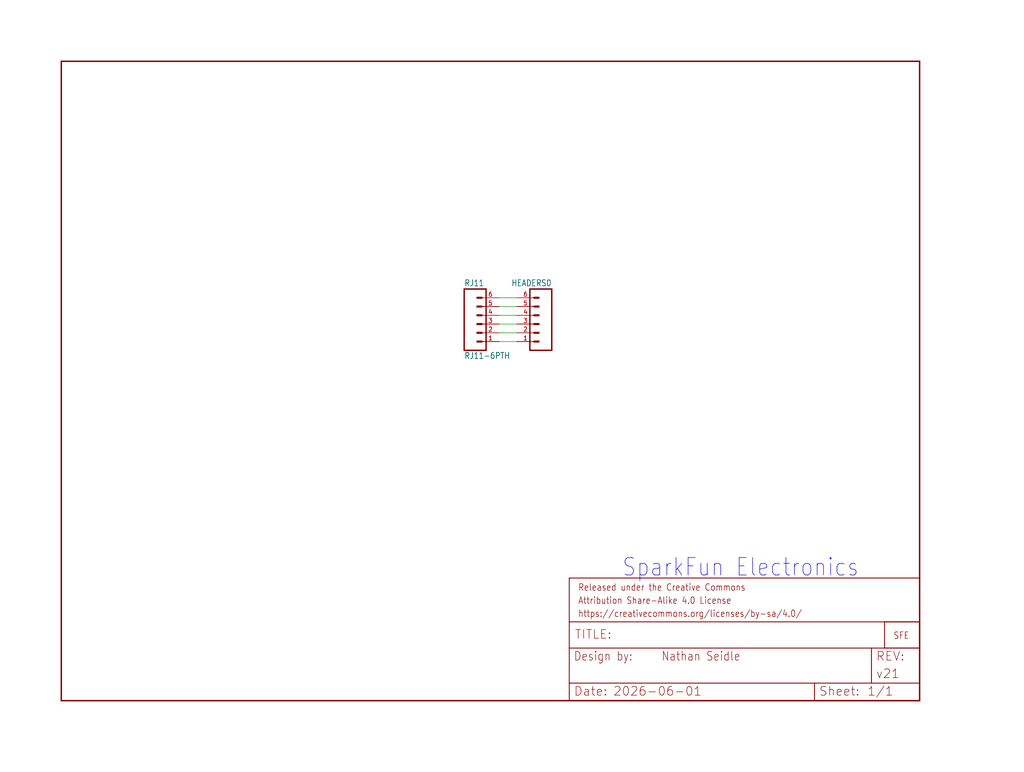
<source format=kicad_sch>
(kicad_sch (version 20230121) (generator eeschema)
  (paper "User" 297.002 223.926)
  (lib_symbols
    (symbol "working-eagle-import:FRAME-LETTERNO_PACKAGE"
      (symbol "FRAME-LETTERNO_PACKAGE_1_0"
        (polyline (pts (xy 0 0) (xy 248.92 0)) (stroke (width 0.4064)))
        (polyline (pts (xy 0 185.42) (xy 0 0)) (stroke (width 0.4064)))
        (polyline (pts (xy 0 185.42) (xy 248.92 185.42)) (stroke (width 0.4064)))
        (polyline (pts (xy 248.92 185.42) (xy 248.92 0)) (stroke (width 0.4064)))
      )
      (symbol "FRAME-LETTERNO_PACKAGE_2_0"
        (polyline (pts (xy 0 0) (xy 0 5.08)) (stroke (width 0.254)))
        (polyline (pts (xy 0 0) (xy 71.12 0)) (stroke (width 0.254)))
        (polyline (pts (xy 0 5.08) (xy 0 15.24)) (stroke (width 0.254)))
        (polyline (pts (xy 0 5.08) (xy 71.12 5.08)) (stroke (width 0.254)))
        (polyline (pts (xy 0 15.24) (xy 0 22.86)) (stroke (width 0.254)))
        (polyline (pts (xy 0 22.86) (xy 0 35.56)) (stroke (width 0.254)))
        (polyline (pts (xy 0 22.86) (xy 101.6 22.86)) (stroke (width 0.254)))
        (polyline (pts (xy 71.12 0) (xy 101.6 0)) (stroke (width 0.254)))
        (polyline (pts (xy 71.12 5.08) (xy 71.12 0)) (stroke (width 0.254)))
        (polyline (pts (xy 71.12 5.08) (xy 87.63 5.08)) (stroke (width 0.254)))
        (polyline (pts (xy 87.63 5.08) (xy 101.6 5.08)) (stroke (width 0.254)))
        (polyline (pts (xy 87.63 15.24) (xy 0 15.24)) (stroke (width 0.254)))
        (polyline (pts (xy 87.63 15.24) (xy 87.63 5.08)) (stroke (width 0.254)))
        (polyline (pts (xy 101.6 5.08) (xy 101.6 0)) (stroke (width 0.254)))
        (polyline (pts (xy 101.6 15.24) (xy 87.63 15.24)) (stroke (width 0.254)))
        (polyline (pts (xy 101.6 15.24) (xy 101.6 5.08)) (stroke (width 0.254)))
        (polyline (pts (xy 101.6 22.86) (xy 101.6 15.24)) (stroke (width 0.254)))
        (polyline (pts (xy 101.6 35.56) (xy 0 35.56)) (stroke (width 0.254)))
        (polyline (pts (xy 101.6 35.56) (xy 101.6 22.86)) (stroke (width 0.254)))
        (text "${#}/${##}" (at 86.36 1.27 0) (effects (font (size 2.54 2.54)) (justify left bottom)))
        (text "${CURRENT_DATE}" (at 12.7 1.27 0) (effects (font (size 2.54 2.54)) (justify left bottom)))
        (text "${DESIGNER}" (at 26.67 11.43 0) (effects (font (size 2.54 2.159)) (justify left bottom)))
        (text "${PROJECTNAME}" (at 15.494 17.78 0) (effects (font (size 2.7432 2.7432)) (justify left bottom)))
        (text "${VERSION}" (at 88.9 6.35 0) (effects (font (size 2.54 2.54)) (justify left bottom)))
        (text "Attribution Share-Alike 4.0 License" (at 2.54 27.94 0) (effects (font (size 1.9304 1.6408)) (justify left bottom)))
        (text "Date:" (at 1.27 1.27 0) (effects (font (size 2.54 2.54)) (justify left bottom)))
        (text "Design by:" (at 1.27 11.43 0) (effects (font (size 2.54 2.159)) (justify left bottom)))
        (text "https://creativecommons.org/licenses/by-sa/4.0/" (at 2.54 24.13 0) (effects (font (size 1.9304 1.6408)) (justify left bottom)))
        (text "Released under the Creative Commons" (at 2.54 31.75 0) (effects (font (size 1.9304 1.6408)) (justify left bottom)))
        (text "REV:" (at 88.9 11.43 0) (effects (font (size 2.54 2.54)) (justify left bottom)))
        (text "Sheet:" (at 72.39 1.27 0) (effects (font (size 2.54 2.54)) (justify left bottom)))
        (text "TITLE:" (at 1.524 17.78 0) (effects (font (size 2.54 2.54)) (justify left bottom)))
      )
    )
    (symbol "working-eagle-import:LOGO-SFESK"
      (symbol "LOGO-SFESK_1_0"
        (polyline (pts (xy -2.54 -2.54) (xy 7.62 -2.54)) (stroke (width 0.254)))
        (polyline (pts (xy -2.54 5.08) (xy -2.54 -2.54)) (stroke (width 0.254)))
        (polyline (pts (xy 7.62 -2.54) (xy 7.62 5.08)) (stroke (width 0.254)))
        (polyline (pts (xy 7.62 5.08) (xy -2.54 5.08)) (stroke (width 0.254)))
        (text "SFE" (at 0 0 0) (effects (font (size 1.9304 1.6408)) (justify left bottom)))
      )
    )
    (symbol "working-eagle-import:M06POLAR"
      (property "Reference" "JP" (at -5.08 10.922 0))
      (symbol "M06POLAR_1_0"
        (polyline (pts (xy -5.08 10.16) (xy -5.08 -7.62)) (stroke (width 0.4064)))
        (polyline (pts (xy -5.08 10.16) (xy 1.27 10.16)) (stroke (width 0.4064)))
        (polyline (pts (xy -1.27 -5.08) (xy 0 -5.08)) (stroke (width 0.6096)))
        (polyline (pts (xy -1.27 -2.54) (xy 0 -2.54)) (stroke (width 0.6096)))
        (polyline (pts (xy -1.27 0) (xy 0 0)) (stroke (width 0.6096)))
        (polyline (pts (xy -1.27 2.54) (xy 0 2.54)) (stroke (width 0.6096)))
        (polyline (pts (xy -1.27 5.08) (xy 0 5.08)) (stroke (width 0.6096)))
        (polyline (pts (xy -1.27 7.62) (xy 0 7.62)) (stroke (width 0.6096)))
        (polyline (pts (xy 1.27 -7.62) (xy -5.08 -7.62)) (stroke (width 0.4064)))
        (polyline (pts (xy 1.27 -7.62) (xy 1.27 10.16)) (stroke (width 0.4064)))
        (pin passive line (at 5.08 -5.08 180) (length 5.08) (name "1") (number "1"))
        (pin passive line (at 5.08 -2.54 180) (length 5.08) (name "2") (number "2"))
        (pin passive line (at 5.08 0 180) (length 5.08) (name "3") (number "3"))
        (pin passive line (at 5.08 2.54 180) (length 5.08) (name "4") (number "4"))
        (pin passive line (at 5.08 5.08 180) (length 5.08) (name "5") (number "5"))
        (pin passive line (at 5.08 7.62 180) (length 5.08) (name "6") (number "6"))
      )
    )
    (symbol "working-eagle-import:RJ11-6PTH"
      (property "Reference" "J" (at -5.08 10.922 0))
      (symbol "RJ11-6PTH_1_0"
        (polyline (pts (xy -5.08 10.16) (xy -5.08 -7.62)) (stroke (width 0.4064)))
        (polyline (pts (xy -5.08 10.16) (xy 1.27 10.16)) (stroke (width 0.4064)))
        (polyline (pts (xy -1.27 -5.08) (xy 0 -5.08)) (stroke (width 0.6096)))
        (polyline (pts (xy -1.27 -2.54) (xy 0 -2.54)) (stroke (width 0.6096)))
        (polyline (pts (xy -1.27 0) (xy 0 0)) (stroke (width 0.6096)))
        (polyline (pts (xy -1.27 2.54) (xy 0 2.54)) (stroke (width 0.6096)))
        (polyline (pts (xy -1.27 5.08) (xy 0 5.08)) (stroke (width 0.6096)))
        (polyline (pts (xy -1.27 7.62) (xy 0 7.62)) (stroke (width 0.6096)))
        (polyline (pts (xy 1.27 -7.62) (xy -5.08 -7.62)) (stroke (width 0.4064)))
        (polyline (pts (xy 1.27 -7.62) (xy 1.27 10.16)) (stroke (width 0.4064)))
        (pin passive line (at 5.08 -5.08 180) (length 5.08) (name "1") (number "1"))
        (pin passive line (at 5.08 -2.54 180) (length 5.08) (name "2") (number "2"))
        (pin passive line (at 5.08 0 180) (length 5.08) (name "3") (number "3"))
        (pin passive line (at 5.08 2.54 180) (length 5.08) (name "4") (number "4"))
        (pin passive line (at 5.08 5.08 180) (length 5.08) (name "5") (number "5"))
        (pin passive line (at 5.08 7.62 180) (length 5.08) (name "6") (number "6"))
      )
    )
  )
  (wire (pts (xy 149.86 93.98) (xy 144.78 93.98)) (stroke (width 0.1524)))
  (wire (pts (xy 149.86 88.9) (xy 144.78 88.9)) (stroke (width 0.1524)))
  (wire (pts (xy 149.86 86.36) (xy 144.78 86.36)) (stroke (width 0.1524)))
  (wire (pts (xy 149.86 91.44) (xy 144.78 91.44)) (stroke (width 0.1524)))
  (wire (pts (xy 149.86 96.52) (xy 144.78 96.52)) (stroke (width 0.1524)))
  (wire (pts (xy 149.86 99.06) (xy 144.78 99.06)) (stroke (width 0.1524)))
  (text "SparkFun Electronics" (at 180.34 167.64 0) (effects (font (size 5.08 4.318)) (justify left bottom)))
  (symbol (lib_id "working-eagle-import:RJ11-6PTH") (at 139.7 93.98 0) (unit 1)
    (property "Reference" "RJ11" (at 134.62 83.058 0) (effects (font (size 1.778 1.5113)) (justify left bottom)))
    (property "Value" "RJ11-6PTH" (at 134.62 104.14 0) (effects (font (size 1.778 1.5113)) (justify left bottom)))
    (property "Footprint" "working:RJ11-6" (effects hide))
  )
  (symbol (lib_id "working-eagle-import:M06POLAR") (at 154.94 93.98 0) (mirror y) (unit 1)
    (property "Reference" "HEADERS0" (at 160.02 83.058 0) (effects (font (size 1.778 1.5113)) (justify left bottom)))
    (property "Value" "M06POLAR" (effects hide))
    (property "Footprint" "working:MOLEX-1X6" (effects hide))
  )
  (symbol (lib_id "working-eagle-import:FRAME-LETTERNO_PACKAGE") (at 17.78 203.2 0) (unit 1)
    (property "Reference" "FRAME1" (effects hide))
    (property "Value" "FRAME-LETTERNO_PACKAGE" (effects hide))
    (property "Footprint" "working:DUMMY" (effects hide))
    (property "DESIGNER" "Nathan Seidle" (effects hide))
    (property "VERSION" "v21" (effects hide))
  )
  (symbol (lib_id "working-eagle-import:FRAME-LETTERNO_PACKAGE") (at 165.1 203.2 0) (unit 2)
    (property "Reference" "FRAME1" (effects hide))
    (property "Value" "FRAME-LETTERNO_PACKAGE" (effects hide))
    (property "Footprint" "working:DUMMY" (effects hide))
    (property "DESIGNER" "Nathan Seidle" (effects hide))
    (property "VERSION" "v21" (effects hide))
  )
  (symbol (lib_id "working-eagle-import:LOGO-SFESK") (at 259.08 185.42 0) (unit 1)
    (property "Reference" "JP1" (effects hide))
    (property "Value" "LOGO-SFESK" (effects hide))
    (property "Footprint" "working:SFE-LOGO-FLAME" (effects hide))
  )
)
</source>
